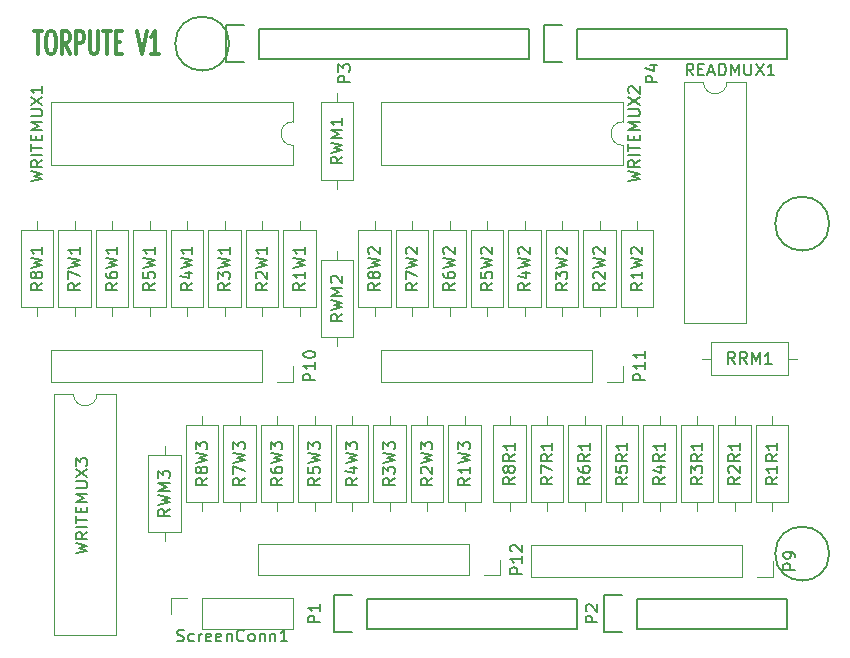
<source format=gbr>
%TF.GenerationSoftware,KiCad,Pcbnew,(5.1.6)-1*%
%TF.CreationDate,2020-07-22T23:00:20+02:00*%
%TF.ProjectId,circuit,63697263-7569-4742-9e6b-696361645f70,rev?*%
%TF.SameCoordinates,Original*%
%TF.FileFunction,Legend,Top*%
%TF.FilePolarity,Positive*%
%FSLAX46Y46*%
G04 Gerber Fmt 4.6, Leading zero omitted, Abs format (unit mm)*
G04 Created by KiCad (PCBNEW (5.1.6)-1) date 2020-07-22 23:00:20*
%MOMM*%
%LPD*%
G01*
G04 APERTURE LIST*
%ADD10C,0.300000*%
%ADD11C,0.120000*%
%ADD12C,0.150000*%
G04 APERTURE END LIST*
D10*
X112005142Y-74469761D02*
X112690857Y-74469761D01*
X112348000Y-76469761D02*
X112348000Y-74469761D01*
X113319428Y-74469761D02*
X113548000Y-74469761D01*
X113662285Y-74565000D01*
X113776571Y-74755476D01*
X113833714Y-75136428D01*
X113833714Y-75803095D01*
X113776571Y-76184047D01*
X113662285Y-76374523D01*
X113548000Y-76469761D01*
X113319428Y-76469761D01*
X113205142Y-76374523D01*
X113090857Y-76184047D01*
X113033714Y-75803095D01*
X113033714Y-75136428D01*
X113090857Y-74755476D01*
X113205142Y-74565000D01*
X113319428Y-74469761D01*
X115033714Y-76469761D02*
X114633714Y-75517380D01*
X114348000Y-76469761D02*
X114348000Y-74469761D01*
X114805142Y-74469761D01*
X114919428Y-74565000D01*
X114976571Y-74660238D01*
X115033714Y-74850714D01*
X115033714Y-75136428D01*
X114976571Y-75326904D01*
X114919428Y-75422142D01*
X114805142Y-75517380D01*
X114348000Y-75517380D01*
X115548000Y-76469761D02*
X115548000Y-74469761D01*
X116005142Y-74469761D01*
X116119428Y-74565000D01*
X116176571Y-74660238D01*
X116233714Y-74850714D01*
X116233714Y-75136428D01*
X116176571Y-75326904D01*
X116119428Y-75422142D01*
X116005142Y-75517380D01*
X115548000Y-75517380D01*
X116748000Y-74469761D02*
X116748000Y-76088809D01*
X116805142Y-76279285D01*
X116862285Y-76374523D01*
X116976571Y-76469761D01*
X117205142Y-76469761D01*
X117319428Y-76374523D01*
X117376571Y-76279285D01*
X117433714Y-76088809D01*
X117433714Y-74469761D01*
X117833714Y-74469761D02*
X118519428Y-74469761D01*
X118176571Y-76469761D02*
X118176571Y-74469761D01*
X118919428Y-75422142D02*
X119319428Y-75422142D01*
X119490857Y-76469761D02*
X118919428Y-76469761D01*
X118919428Y-74469761D01*
X119490857Y-74469761D01*
X120748000Y-74469761D02*
X121148000Y-76469761D01*
X121548000Y-74469761D01*
X122576571Y-76469761D02*
X121890857Y-76469761D01*
X122233714Y-76469761D02*
X122233714Y-74469761D01*
X122119428Y-74755476D01*
X122005142Y-74945952D01*
X121890857Y-75041190D01*
D11*
%TO.C,READMUX1*%
X168672000Y-78807000D02*
X167022000Y-78807000D01*
X167022000Y-78807000D02*
X167022000Y-99247000D01*
X167022000Y-99247000D02*
X172322000Y-99247000D01*
X172322000Y-99247000D02*
X172322000Y-78807000D01*
X172322000Y-78807000D02*
X170672000Y-78807000D01*
X170672000Y-78807000D02*
G75*
G02*
X168672000Y-78807000I-1000000J0D01*
G01*
%TO.C,R8W1*%
X112268000Y-98655000D02*
X112268000Y-97885000D01*
X112268000Y-90575000D02*
X112268000Y-91345000D01*
X113638000Y-97885000D02*
X113638000Y-91345000D01*
X110898000Y-97885000D02*
X113638000Y-97885000D01*
X110898000Y-91345000D02*
X110898000Y-97885000D01*
X113638000Y-91345000D02*
X110898000Y-91345000D01*
%TO.C,WRITEMUX1*%
X133918000Y-85835000D02*
X133918000Y-84185000D01*
X113478000Y-85835000D02*
X133918000Y-85835000D01*
X113478000Y-80535000D02*
X113478000Y-85835000D01*
X133918000Y-80535000D02*
X113478000Y-80535000D01*
X133918000Y-82185000D02*
X133918000Y-80535000D01*
X133918000Y-84185000D02*
G75*
G02*
X133918000Y-82185000I0J1000000D01*
G01*
%TO.C,P10*%
X133918000Y-102870000D02*
X133918000Y-104200000D01*
X133918000Y-104200000D02*
X132588000Y-104200000D01*
X131318000Y-104200000D02*
X113478000Y-104200000D01*
X113478000Y-101540000D02*
X113478000Y-104200000D01*
X131318000Y-101540000D02*
X113478000Y-101540000D01*
X131318000Y-101540000D02*
X131318000Y-104200000D01*
D12*
%TO.C,P1*%
X137388000Y-122275000D02*
X137388000Y-125375000D01*
X138938000Y-122275000D02*
X137388000Y-122275000D01*
X140208000Y-125095000D02*
X140208000Y-122555000D01*
X137388000Y-125375000D02*
X138938000Y-125375000D01*
X157988000Y-122555000D02*
X140208000Y-122555000D01*
X157988000Y-125095000D02*
X157988000Y-122555000D01*
X140208000Y-125095000D02*
X157988000Y-125095000D01*
%TO.C,P2*%
X160248000Y-122275000D02*
X160248000Y-125375000D01*
X161798000Y-122275000D02*
X160248000Y-122275000D01*
X163068000Y-125095000D02*
X163068000Y-122555000D01*
X160248000Y-125375000D02*
X161798000Y-125375000D01*
X175768000Y-122555000D02*
X163068000Y-122555000D01*
X175768000Y-125095000D02*
X175768000Y-122555000D01*
X163068000Y-125095000D02*
X175768000Y-125095000D01*
%TO.C,P3*%
X128244000Y-74015000D02*
X128244000Y-77115000D01*
X129794000Y-74015000D02*
X128244000Y-74015000D01*
X131064000Y-76835000D02*
X131064000Y-74295000D01*
X128244000Y-77115000D02*
X129794000Y-77115000D01*
X153924000Y-74295000D02*
X131064000Y-74295000D01*
X153924000Y-76835000D02*
X153924000Y-74295000D01*
X131064000Y-76835000D02*
X153924000Y-76835000D01*
%TO.C,P4*%
X155168000Y-74015000D02*
X155168000Y-77115000D01*
X156718000Y-74015000D02*
X155168000Y-74015000D01*
X157988000Y-76835000D02*
X157988000Y-74295000D01*
X155168000Y-77115000D02*
X156718000Y-77115000D01*
X175768000Y-74295000D02*
X157988000Y-74295000D01*
X175768000Y-76835000D02*
X175768000Y-74295000D01*
X157988000Y-76835000D02*
X175768000Y-76835000D01*
%TO.C,P6*%
X179324000Y-118745000D02*
G75*
G03*
X179324000Y-118745000I-2286000J0D01*
G01*
%TO.C,P7*%
X128524000Y-75565000D02*
G75*
G03*
X128524000Y-75565000I-2286000J0D01*
G01*
%TO.C,P8*%
X179324000Y-90805000D02*
G75*
G03*
X179324000Y-90805000I-2286000J0D01*
G01*
D11*
%TO.C,P9*%
X174558000Y-119380000D02*
X174558000Y-120710000D01*
X174558000Y-120710000D02*
X173228000Y-120710000D01*
X171958000Y-120710000D02*
X154118000Y-120710000D01*
X154118000Y-118050000D02*
X154118000Y-120710000D01*
X171958000Y-118050000D02*
X154118000Y-118050000D01*
X171958000Y-118050000D02*
X171958000Y-120710000D01*
%TO.C,P11*%
X159258000Y-101540000D02*
X159258000Y-104200000D01*
X159258000Y-101540000D02*
X141418000Y-101540000D01*
X141418000Y-101540000D02*
X141418000Y-104200000D01*
X159258000Y-104200000D02*
X141418000Y-104200000D01*
X161858000Y-104200000D02*
X160528000Y-104200000D01*
X161858000Y-102870000D02*
X161858000Y-104200000D01*
%TO.C,P12*%
X151444000Y-119253000D02*
X151444000Y-120583000D01*
X151444000Y-120583000D02*
X150114000Y-120583000D01*
X148844000Y-120583000D02*
X131004000Y-120583000D01*
X131004000Y-117923000D02*
X131004000Y-120583000D01*
X148844000Y-117923000D02*
X131004000Y-117923000D01*
X148844000Y-117923000D02*
X148844000Y-120583000D01*
%TO.C,R1R1*%
X174498000Y-115165000D02*
X174498000Y-114395000D01*
X174498000Y-107085000D02*
X174498000Y-107855000D01*
X175868000Y-114395000D02*
X175868000Y-107855000D01*
X173128000Y-114395000D02*
X175868000Y-114395000D01*
X173128000Y-107855000D02*
X173128000Y-114395000D01*
X175868000Y-107855000D02*
X173128000Y-107855000D01*
%TO.C,R1W1*%
X134493000Y-98655000D02*
X134493000Y-97885000D01*
X134493000Y-90575000D02*
X134493000Y-91345000D01*
X135863000Y-97885000D02*
X135863000Y-91345000D01*
X133123000Y-97885000D02*
X135863000Y-97885000D01*
X133123000Y-91345000D02*
X133123000Y-97885000D01*
X135863000Y-91345000D02*
X133123000Y-91345000D01*
%TO.C,R1W2*%
X163068000Y-98655000D02*
X163068000Y-97885000D01*
X163068000Y-90575000D02*
X163068000Y-91345000D01*
X164438000Y-97885000D02*
X164438000Y-91345000D01*
X161698000Y-97885000D02*
X164438000Y-97885000D01*
X161698000Y-91345000D02*
X161698000Y-97885000D01*
X164438000Y-91345000D02*
X161698000Y-91345000D01*
%TO.C,R1W3*%
X149833000Y-107855000D02*
X147093000Y-107855000D01*
X147093000Y-107855000D02*
X147093000Y-114395000D01*
X147093000Y-114395000D02*
X149833000Y-114395000D01*
X149833000Y-114395000D02*
X149833000Y-107855000D01*
X148463000Y-107085000D02*
X148463000Y-107855000D01*
X148463000Y-115165000D02*
X148463000Y-114395000D01*
%TO.C,R2R1*%
X172693000Y-107855000D02*
X169953000Y-107855000D01*
X169953000Y-107855000D02*
X169953000Y-114395000D01*
X169953000Y-114395000D02*
X172693000Y-114395000D01*
X172693000Y-114395000D02*
X172693000Y-107855000D01*
X171323000Y-107085000D02*
X171323000Y-107855000D01*
X171323000Y-115165000D02*
X171323000Y-114395000D01*
%TO.C,R2W1*%
X132688000Y-91345000D02*
X129948000Y-91345000D01*
X129948000Y-91345000D02*
X129948000Y-97885000D01*
X129948000Y-97885000D02*
X132688000Y-97885000D01*
X132688000Y-97885000D02*
X132688000Y-91345000D01*
X131318000Y-90575000D02*
X131318000Y-91345000D01*
X131318000Y-98655000D02*
X131318000Y-97885000D01*
%TO.C,R2W2*%
X161263000Y-91345000D02*
X158523000Y-91345000D01*
X158523000Y-91345000D02*
X158523000Y-97885000D01*
X158523000Y-97885000D02*
X161263000Y-97885000D01*
X161263000Y-97885000D02*
X161263000Y-91345000D01*
X159893000Y-90575000D02*
X159893000Y-91345000D01*
X159893000Y-98655000D02*
X159893000Y-97885000D01*
%TO.C,R2W3*%
X145288000Y-115165000D02*
X145288000Y-114395000D01*
X145288000Y-107085000D02*
X145288000Y-107855000D01*
X146658000Y-114395000D02*
X146658000Y-107855000D01*
X143918000Y-114395000D02*
X146658000Y-114395000D01*
X143918000Y-107855000D02*
X143918000Y-114395000D01*
X146658000Y-107855000D02*
X143918000Y-107855000D01*
%TO.C,R3R1*%
X168148000Y-115165000D02*
X168148000Y-114395000D01*
X168148000Y-107085000D02*
X168148000Y-107855000D01*
X169518000Y-114395000D02*
X169518000Y-107855000D01*
X166778000Y-114395000D02*
X169518000Y-114395000D01*
X166778000Y-107855000D02*
X166778000Y-114395000D01*
X169518000Y-107855000D02*
X166778000Y-107855000D01*
%TO.C,R3W1*%
X128143000Y-98655000D02*
X128143000Y-97885000D01*
X128143000Y-90575000D02*
X128143000Y-91345000D01*
X129513000Y-97885000D02*
X129513000Y-91345000D01*
X126773000Y-97885000D02*
X129513000Y-97885000D01*
X126773000Y-91345000D02*
X126773000Y-97885000D01*
X129513000Y-91345000D02*
X126773000Y-91345000D01*
%TO.C,R3W2*%
X156718000Y-98655000D02*
X156718000Y-97885000D01*
X156718000Y-90575000D02*
X156718000Y-91345000D01*
X158088000Y-97885000D02*
X158088000Y-91345000D01*
X155348000Y-97885000D02*
X158088000Y-97885000D01*
X155348000Y-91345000D02*
X155348000Y-97885000D01*
X158088000Y-91345000D02*
X155348000Y-91345000D01*
%TO.C,R3W3*%
X143483000Y-107855000D02*
X140743000Y-107855000D01*
X140743000Y-107855000D02*
X140743000Y-114395000D01*
X140743000Y-114395000D02*
X143483000Y-114395000D01*
X143483000Y-114395000D02*
X143483000Y-107855000D01*
X142113000Y-107085000D02*
X142113000Y-107855000D01*
X142113000Y-115165000D02*
X142113000Y-114395000D01*
%TO.C,R4R1*%
X166343000Y-107855000D02*
X163603000Y-107855000D01*
X163603000Y-107855000D02*
X163603000Y-114395000D01*
X163603000Y-114395000D02*
X166343000Y-114395000D01*
X166343000Y-114395000D02*
X166343000Y-107855000D01*
X164973000Y-107085000D02*
X164973000Y-107855000D01*
X164973000Y-115165000D02*
X164973000Y-114395000D01*
%TO.C,R4W1*%
X123598000Y-97885000D02*
X126338000Y-97885000D01*
X126338000Y-97885000D02*
X126338000Y-91345000D01*
X126338000Y-91345000D02*
X123598000Y-91345000D01*
X123598000Y-91345000D02*
X123598000Y-97885000D01*
X124968000Y-98655000D02*
X124968000Y-97885000D01*
X124968000Y-90575000D02*
X124968000Y-91345000D01*
%TO.C,R4W2*%
X154913000Y-91345000D02*
X152173000Y-91345000D01*
X152173000Y-91345000D02*
X152173000Y-97885000D01*
X152173000Y-97885000D02*
X154913000Y-97885000D01*
X154913000Y-97885000D02*
X154913000Y-91345000D01*
X153543000Y-90575000D02*
X153543000Y-91345000D01*
X153543000Y-98655000D02*
X153543000Y-97885000D01*
%TO.C,R4W3*%
X138938000Y-115165000D02*
X138938000Y-114395000D01*
X138938000Y-107085000D02*
X138938000Y-107855000D01*
X140308000Y-114395000D02*
X140308000Y-107855000D01*
X137568000Y-114395000D02*
X140308000Y-114395000D01*
X137568000Y-107855000D02*
X137568000Y-114395000D01*
X140308000Y-107855000D02*
X137568000Y-107855000D01*
%TO.C,R5R1*%
X161798000Y-115165000D02*
X161798000Y-114395000D01*
X161798000Y-107085000D02*
X161798000Y-107855000D01*
X163168000Y-114395000D02*
X163168000Y-107855000D01*
X160428000Y-114395000D02*
X163168000Y-114395000D01*
X160428000Y-107855000D02*
X160428000Y-114395000D01*
X163168000Y-107855000D02*
X160428000Y-107855000D01*
%TO.C,R5W1*%
X121793000Y-98655000D02*
X121793000Y-97885000D01*
X121793000Y-90575000D02*
X121793000Y-91345000D01*
X123163000Y-97885000D02*
X123163000Y-91345000D01*
X120423000Y-97885000D02*
X123163000Y-97885000D01*
X120423000Y-91345000D02*
X120423000Y-97885000D01*
X123163000Y-91345000D02*
X120423000Y-91345000D01*
%TO.C,R5W2*%
X151738000Y-91345000D02*
X148998000Y-91345000D01*
X148998000Y-91345000D02*
X148998000Y-97885000D01*
X148998000Y-97885000D02*
X151738000Y-97885000D01*
X151738000Y-97885000D02*
X151738000Y-91345000D01*
X150368000Y-90575000D02*
X150368000Y-91345000D01*
X150368000Y-98655000D02*
X150368000Y-97885000D01*
%TO.C,R5W3*%
X135763000Y-115165000D02*
X135763000Y-114395000D01*
X135763000Y-107085000D02*
X135763000Y-107855000D01*
X137133000Y-114395000D02*
X137133000Y-107855000D01*
X134393000Y-114395000D02*
X137133000Y-114395000D01*
X134393000Y-107855000D02*
X134393000Y-114395000D01*
X137133000Y-107855000D02*
X134393000Y-107855000D01*
%TO.C,R6R1*%
X159993000Y-107855000D02*
X157253000Y-107855000D01*
X157253000Y-107855000D02*
X157253000Y-114395000D01*
X157253000Y-114395000D02*
X159993000Y-114395000D01*
X159993000Y-114395000D02*
X159993000Y-107855000D01*
X158623000Y-107085000D02*
X158623000Y-107855000D01*
X158623000Y-115165000D02*
X158623000Y-114395000D01*
%TO.C,R6W1*%
X119988000Y-91345000D02*
X117248000Y-91345000D01*
X117248000Y-91345000D02*
X117248000Y-97885000D01*
X117248000Y-97885000D02*
X119988000Y-97885000D01*
X119988000Y-97885000D02*
X119988000Y-91345000D01*
X118618000Y-90575000D02*
X118618000Y-91345000D01*
X118618000Y-98655000D02*
X118618000Y-97885000D01*
%TO.C,R6W2*%
X148563000Y-91345000D02*
X145823000Y-91345000D01*
X145823000Y-91345000D02*
X145823000Y-97885000D01*
X145823000Y-97885000D02*
X148563000Y-97885000D01*
X148563000Y-97885000D02*
X148563000Y-91345000D01*
X147193000Y-90575000D02*
X147193000Y-91345000D01*
X147193000Y-98655000D02*
X147193000Y-97885000D01*
%TO.C,R6W3*%
X133958000Y-107855000D02*
X131218000Y-107855000D01*
X131218000Y-107855000D02*
X131218000Y-114395000D01*
X131218000Y-114395000D02*
X133958000Y-114395000D01*
X133958000Y-114395000D02*
X133958000Y-107855000D01*
X132588000Y-107085000D02*
X132588000Y-107855000D01*
X132588000Y-115165000D02*
X132588000Y-114395000D01*
%TO.C,R7R1*%
X156818000Y-107855000D02*
X154078000Y-107855000D01*
X154078000Y-107855000D02*
X154078000Y-114395000D01*
X154078000Y-114395000D02*
X156818000Y-114395000D01*
X156818000Y-114395000D02*
X156818000Y-107855000D01*
X155448000Y-107085000D02*
X155448000Y-107855000D01*
X155448000Y-115165000D02*
X155448000Y-114395000D01*
%TO.C,R7W1*%
X116813000Y-91345000D02*
X114073000Y-91345000D01*
X114073000Y-91345000D02*
X114073000Y-97885000D01*
X114073000Y-97885000D02*
X116813000Y-97885000D01*
X116813000Y-97885000D02*
X116813000Y-91345000D01*
X115443000Y-90575000D02*
X115443000Y-91345000D01*
X115443000Y-98655000D02*
X115443000Y-97885000D01*
%TO.C,R7W2*%
X145388000Y-91345000D02*
X142648000Y-91345000D01*
X142648000Y-91345000D02*
X142648000Y-97885000D01*
X142648000Y-97885000D02*
X145388000Y-97885000D01*
X145388000Y-97885000D02*
X145388000Y-91345000D01*
X144018000Y-90575000D02*
X144018000Y-91345000D01*
X144018000Y-98655000D02*
X144018000Y-97885000D01*
%TO.C,R7W3*%
X129413000Y-115165000D02*
X129413000Y-114395000D01*
X129413000Y-107085000D02*
X129413000Y-107855000D01*
X130783000Y-114395000D02*
X130783000Y-107855000D01*
X128043000Y-114395000D02*
X130783000Y-114395000D01*
X128043000Y-107855000D02*
X128043000Y-114395000D01*
X130783000Y-107855000D02*
X128043000Y-107855000D01*
%TO.C,R8R1*%
X152273000Y-115165000D02*
X152273000Y-114395000D01*
X152273000Y-107085000D02*
X152273000Y-107855000D01*
X153643000Y-114395000D02*
X153643000Y-107855000D01*
X150903000Y-114395000D02*
X153643000Y-114395000D01*
X150903000Y-107855000D02*
X150903000Y-114395000D01*
X153643000Y-107855000D02*
X150903000Y-107855000D01*
%TO.C,R8W2*%
X140843000Y-98655000D02*
X140843000Y-97885000D01*
X140843000Y-90575000D02*
X140843000Y-91345000D01*
X142213000Y-97885000D02*
X142213000Y-91345000D01*
X139473000Y-97885000D02*
X142213000Y-97885000D01*
X139473000Y-91345000D02*
X139473000Y-97885000D01*
X142213000Y-91345000D02*
X139473000Y-91345000D01*
%TO.C,R8W3*%
X126238000Y-115165000D02*
X126238000Y-114395000D01*
X126238000Y-107085000D02*
X126238000Y-107855000D01*
X127608000Y-114395000D02*
X127608000Y-107855000D01*
X124868000Y-114395000D02*
X127608000Y-114395000D01*
X124868000Y-107855000D02*
X124868000Y-114395000D01*
X127608000Y-107855000D02*
X124868000Y-107855000D01*
%TO.C,RRM1*%
X176633000Y-102235000D02*
X175863000Y-102235000D01*
X168553000Y-102235000D02*
X169323000Y-102235000D01*
X175863000Y-100865000D02*
X169323000Y-100865000D01*
X175863000Y-103605000D02*
X175863000Y-100865000D01*
X169323000Y-103605000D02*
X175863000Y-103605000D01*
X169323000Y-100865000D02*
X169323000Y-103605000D01*
%TO.C,RWM1*%
X136298000Y-87090000D02*
X139038000Y-87090000D01*
X139038000Y-87090000D02*
X139038000Y-80550000D01*
X139038000Y-80550000D02*
X136298000Y-80550000D01*
X136298000Y-80550000D02*
X136298000Y-87090000D01*
X137668000Y-87860000D02*
X137668000Y-87090000D01*
X137668000Y-79780000D02*
X137668000Y-80550000D01*
%TO.C,RWM2*%
X137668000Y-93115000D02*
X137668000Y-93885000D01*
X137668000Y-101195000D02*
X137668000Y-100425000D01*
X136298000Y-93885000D02*
X136298000Y-100425000D01*
X139038000Y-93885000D02*
X136298000Y-93885000D01*
X139038000Y-100425000D02*
X139038000Y-93885000D01*
X136298000Y-100425000D02*
X139038000Y-100425000D01*
%TO.C,RWM3*%
X123063000Y-109625000D02*
X123063000Y-110395000D01*
X123063000Y-117705000D02*
X123063000Y-116935000D01*
X121693000Y-110395000D02*
X121693000Y-116935000D01*
X124433000Y-110395000D02*
X121693000Y-110395000D01*
X124433000Y-116935000D02*
X124433000Y-110395000D01*
X121693000Y-116935000D02*
X124433000Y-116935000D01*
%TO.C,ScreenConn1*%
X123638000Y-123825000D02*
X123638000Y-122495000D01*
X123638000Y-122495000D02*
X124968000Y-122495000D01*
X126238000Y-122495000D02*
X133918000Y-122495000D01*
X133918000Y-125155000D02*
X133918000Y-122495000D01*
X126238000Y-125155000D02*
X133918000Y-125155000D01*
X126238000Y-125155000D02*
X126238000Y-122495000D01*
%TO.C,WRITEMUX2*%
X161858000Y-85835000D02*
X161858000Y-84185000D01*
X141418000Y-85835000D02*
X161858000Y-85835000D01*
X141418000Y-80535000D02*
X141418000Y-85835000D01*
X161858000Y-80535000D02*
X141418000Y-80535000D01*
X161858000Y-82185000D02*
X161858000Y-80535000D01*
X161858000Y-84185000D02*
G75*
G02*
X161858000Y-82185000I0J1000000D01*
G01*
%TO.C,WRITEMUX3*%
X115332000Y-105223000D02*
X113682000Y-105223000D01*
X113682000Y-105223000D02*
X113682000Y-125663000D01*
X113682000Y-125663000D02*
X118982000Y-125663000D01*
X118982000Y-125663000D02*
X118982000Y-105223000D01*
X118982000Y-105223000D02*
X117332000Y-105223000D01*
X117332000Y-105223000D02*
G75*
G02*
X115332000Y-105223000I-1000000J0D01*
G01*
%TO.C,READMUX1*%
D12*
X167822952Y-78259380D02*
X167489619Y-77783190D01*
X167251523Y-78259380D02*
X167251523Y-77259380D01*
X167632476Y-77259380D01*
X167727714Y-77307000D01*
X167775333Y-77354619D01*
X167822952Y-77449857D01*
X167822952Y-77592714D01*
X167775333Y-77687952D01*
X167727714Y-77735571D01*
X167632476Y-77783190D01*
X167251523Y-77783190D01*
X168251523Y-77735571D02*
X168584857Y-77735571D01*
X168727714Y-78259380D02*
X168251523Y-78259380D01*
X168251523Y-77259380D01*
X168727714Y-77259380D01*
X169108666Y-77973666D02*
X169584857Y-77973666D01*
X169013428Y-78259380D02*
X169346761Y-77259380D01*
X169680095Y-78259380D01*
X170013428Y-78259380D02*
X170013428Y-77259380D01*
X170251523Y-77259380D01*
X170394380Y-77307000D01*
X170489619Y-77402238D01*
X170537238Y-77497476D01*
X170584857Y-77687952D01*
X170584857Y-77830809D01*
X170537238Y-78021285D01*
X170489619Y-78116523D01*
X170394380Y-78211761D01*
X170251523Y-78259380D01*
X170013428Y-78259380D01*
X171013428Y-78259380D02*
X171013428Y-77259380D01*
X171346761Y-77973666D01*
X171680095Y-77259380D01*
X171680095Y-78259380D01*
X172156285Y-77259380D02*
X172156285Y-78068904D01*
X172203904Y-78164142D01*
X172251523Y-78211761D01*
X172346761Y-78259380D01*
X172537238Y-78259380D01*
X172632476Y-78211761D01*
X172680095Y-78164142D01*
X172727714Y-78068904D01*
X172727714Y-77259380D01*
X173108666Y-77259380D02*
X173775333Y-78259380D01*
X173775333Y-77259380D02*
X173108666Y-78259380D01*
X174680095Y-78259380D02*
X174108666Y-78259380D01*
X174394380Y-78259380D02*
X174394380Y-77259380D01*
X174299142Y-77402238D01*
X174203904Y-77497476D01*
X174108666Y-77545095D01*
%TO.C,R8W1*%
X112720380Y-95829285D02*
X112244190Y-96162619D01*
X112720380Y-96400714D02*
X111720380Y-96400714D01*
X111720380Y-96019761D01*
X111768000Y-95924523D01*
X111815619Y-95876904D01*
X111910857Y-95829285D01*
X112053714Y-95829285D01*
X112148952Y-95876904D01*
X112196571Y-95924523D01*
X112244190Y-96019761D01*
X112244190Y-96400714D01*
X112148952Y-95257857D02*
X112101333Y-95353095D01*
X112053714Y-95400714D01*
X111958476Y-95448333D01*
X111910857Y-95448333D01*
X111815619Y-95400714D01*
X111768000Y-95353095D01*
X111720380Y-95257857D01*
X111720380Y-95067380D01*
X111768000Y-94972142D01*
X111815619Y-94924523D01*
X111910857Y-94876904D01*
X111958476Y-94876904D01*
X112053714Y-94924523D01*
X112101333Y-94972142D01*
X112148952Y-95067380D01*
X112148952Y-95257857D01*
X112196571Y-95353095D01*
X112244190Y-95400714D01*
X112339428Y-95448333D01*
X112529904Y-95448333D01*
X112625142Y-95400714D01*
X112672761Y-95353095D01*
X112720380Y-95257857D01*
X112720380Y-95067380D01*
X112672761Y-94972142D01*
X112625142Y-94924523D01*
X112529904Y-94876904D01*
X112339428Y-94876904D01*
X112244190Y-94924523D01*
X112196571Y-94972142D01*
X112148952Y-95067380D01*
X111720380Y-94543571D02*
X112720380Y-94305476D01*
X112006095Y-94115000D01*
X112720380Y-93924523D01*
X111720380Y-93686428D01*
X112720380Y-92781666D02*
X112720380Y-93353095D01*
X112720380Y-93067380D02*
X111720380Y-93067380D01*
X111863238Y-93162619D01*
X111958476Y-93257857D01*
X112006095Y-93353095D01*
%TO.C,WRITEMUX1*%
X111720380Y-87232619D02*
X112720380Y-86994523D01*
X112006095Y-86804047D01*
X112720380Y-86613571D01*
X111720380Y-86375476D01*
X112720380Y-85423095D02*
X112244190Y-85756428D01*
X112720380Y-85994523D02*
X111720380Y-85994523D01*
X111720380Y-85613571D01*
X111768000Y-85518333D01*
X111815619Y-85470714D01*
X111910857Y-85423095D01*
X112053714Y-85423095D01*
X112148952Y-85470714D01*
X112196571Y-85518333D01*
X112244190Y-85613571D01*
X112244190Y-85994523D01*
X112720380Y-84994523D02*
X111720380Y-84994523D01*
X111720380Y-84661190D02*
X111720380Y-84089761D01*
X112720380Y-84375476D02*
X111720380Y-84375476D01*
X112196571Y-83756428D02*
X112196571Y-83423095D01*
X112720380Y-83280238D02*
X112720380Y-83756428D01*
X111720380Y-83756428D01*
X111720380Y-83280238D01*
X112720380Y-82851666D02*
X111720380Y-82851666D01*
X112434666Y-82518333D01*
X111720380Y-82185000D01*
X112720380Y-82185000D01*
X111720380Y-81708809D02*
X112529904Y-81708809D01*
X112625142Y-81661190D01*
X112672761Y-81613571D01*
X112720380Y-81518333D01*
X112720380Y-81327857D01*
X112672761Y-81232619D01*
X112625142Y-81185000D01*
X112529904Y-81137380D01*
X111720380Y-81137380D01*
X111720380Y-80756428D02*
X112720380Y-80089761D01*
X111720380Y-80089761D02*
X112720380Y-80756428D01*
X112720380Y-79185000D02*
X112720380Y-79756428D01*
X112720380Y-79470714D02*
X111720380Y-79470714D01*
X111863238Y-79565952D01*
X111958476Y-79661190D01*
X112006095Y-79756428D01*
%TO.C,P10*%
X135810380Y-104084285D02*
X134810380Y-104084285D01*
X134810380Y-103703333D01*
X134858000Y-103608095D01*
X134905619Y-103560476D01*
X135000857Y-103512857D01*
X135143714Y-103512857D01*
X135238952Y-103560476D01*
X135286571Y-103608095D01*
X135334190Y-103703333D01*
X135334190Y-104084285D01*
X135810380Y-102560476D02*
X135810380Y-103131904D01*
X135810380Y-102846190D02*
X134810380Y-102846190D01*
X134953238Y-102941428D01*
X135048476Y-103036666D01*
X135096095Y-103131904D01*
X134810380Y-101941428D02*
X134810380Y-101846190D01*
X134858000Y-101750952D01*
X134905619Y-101703333D01*
X135000857Y-101655714D01*
X135191333Y-101608095D01*
X135429428Y-101608095D01*
X135619904Y-101655714D01*
X135715142Y-101703333D01*
X135762761Y-101750952D01*
X135810380Y-101846190D01*
X135810380Y-101941428D01*
X135762761Y-102036666D01*
X135715142Y-102084285D01*
X135619904Y-102131904D01*
X135429428Y-102179523D01*
X135191333Y-102179523D01*
X135000857Y-102131904D01*
X134905619Y-102084285D01*
X134858000Y-102036666D01*
X134810380Y-101941428D01*
%TO.C,P1*%
X136215380Y-124563095D02*
X135215380Y-124563095D01*
X135215380Y-124182142D01*
X135263000Y-124086904D01*
X135310619Y-124039285D01*
X135405857Y-123991666D01*
X135548714Y-123991666D01*
X135643952Y-124039285D01*
X135691571Y-124086904D01*
X135739190Y-124182142D01*
X135739190Y-124563095D01*
X136215380Y-123039285D02*
X136215380Y-123610714D01*
X136215380Y-123325000D02*
X135215380Y-123325000D01*
X135358238Y-123420238D01*
X135453476Y-123515476D01*
X135501095Y-123610714D01*
%TO.C,P2*%
X159710380Y-124563095D02*
X158710380Y-124563095D01*
X158710380Y-124182142D01*
X158758000Y-124086904D01*
X158805619Y-124039285D01*
X158900857Y-123991666D01*
X159043714Y-123991666D01*
X159138952Y-124039285D01*
X159186571Y-124086904D01*
X159234190Y-124182142D01*
X159234190Y-124563095D01*
X158805619Y-123610714D02*
X158758000Y-123563095D01*
X158710380Y-123467857D01*
X158710380Y-123229761D01*
X158758000Y-123134523D01*
X158805619Y-123086904D01*
X158900857Y-123039285D01*
X158996095Y-123039285D01*
X159138952Y-123086904D01*
X159710380Y-123658333D01*
X159710380Y-123039285D01*
%TO.C,P3*%
X138755380Y-78843095D02*
X137755380Y-78843095D01*
X137755380Y-78462142D01*
X137803000Y-78366904D01*
X137850619Y-78319285D01*
X137945857Y-78271666D01*
X138088714Y-78271666D01*
X138183952Y-78319285D01*
X138231571Y-78366904D01*
X138279190Y-78462142D01*
X138279190Y-78843095D01*
X137755380Y-77938333D02*
X137755380Y-77319285D01*
X138136333Y-77652619D01*
X138136333Y-77509761D01*
X138183952Y-77414523D01*
X138231571Y-77366904D01*
X138326809Y-77319285D01*
X138564904Y-77319285D01*
X138660142Y-77366904D01*
X138707761Y-77414523D01*
X138755380Y-77509761D01*
X138755380Y-77795476D01*
X138707761Y-77890714D01*
X138660142Y-77938333D01*
%TO.C,P4*%
X164790380Y-78843095D02*
X163790380Y-78843095D01*
X163790380Y-78462142D01*
X163838000Y-78366904D01*
X163885619Y-78319285D01*
X163980857Y-78271666D01*
X164123714Y-78271666D01*
X164218952Y-78319285D01*
X164266571Y-78366904D01*
X164314190Y-78462142D01*
X164314190Y-78843095D01*
X164123714Y-77414523D02*
X164790380Y-77414523D01*
X163742761Y-77652619D02*
X164457047Y-77890714D01*
X164457047Y-77271666D01*
%TO.C,P9*%
X176450380Y-120118095D02*
X175450380Y-120118095D01*
X175450380Y-119737142D01*
X175498000Y-119641904D01*
X175545619Y-119594285D01*
X175640857Y-119546666D01*
X175783714Y-119546666D01*
X175878952Y-119594285D01*
X175926571Y-119641904D01*
X175974190Y-119737142D01*
X175974190Y-120118095D01*
X176450380Y-119070476D02*
X176450380Y-118880000D01*
X176402761Y-118784761D01*
X176355142Y-118737142D01*
X176212285Y-118641904D01*
X176021809Y-118594285D01*
X175640857Y-118594285D01*
X175545619Y-118641904D01*
X175498000Y-118689523D01*
X175450380Y-118784761D01*
X175450380Y-118975238D01*
X175498000Y-119070476D01*
X175545619Y-119118095D01*
X175640857Y-119165714D01*
X175878952Y-119165714D01*
X175974190Y-119118095D01*
X176021809Y-119070476D01*
X176069428Y-118975238D01*
X176069428Y-118784761D01*
X176021809Y-118689523D01*
X175974190Y-118641904D01*
X175878952Y-118594285D01*
%TO.C,P11*%
X163750380Y-104084285D02*
X162750380Y-104084285D01*
X162750380Y-103703333D01*
X162798000Y-103608095D01*
X162845619Y-103560476D01*
X162940857Y-103512857D01*
X163083714Y-103512857D01*
X163178952Y-103560476D01*
X163226571Y-103608095D01*
X163274190Y-103703333D01*
X163274190Y-104084285D01*
X163750380Y-102560476D02*
X163750380Y-103131904D01*
X163750380Y-102846190D02*
X162750380Y-102846190D01*
X162893238Y-102941428D01*
X162988476Y-103036666D01*
X163036095Y-103131904D01*
X163750380Y-101608095D02*
X163750380Y-102179523D01*
X163750380Y-101893809D02*
X162750380Y-101893809D01*
X162893238Y-101989047D01*
X162988476Y-102084285D01*
X163036095Y-102179523D01*
%TO.C,P12*%
X153336380Y-120467285D02*
X152336380Y-120467285D01*
X152336380Y-120086333D01*
X152384000Y-119991095D01*
X152431619Y-119943476D01*
X152526857Y-119895857D01*
X152669714Y-119895857D01*
X152764952Y-119943476D01*
X152812571Y-119991095D01*
X152860190Y-120086333D01*
X152860190Y-120467285D01*
X153336380Y-118943476D02*
X153336380Y-119514904D01*
X153336380Y-119229190D02*
X152336380Y-119229190D01*
X152479238Y-119324428D01*
X152574476Y-119419666D01*
X152622095Y-119514904D01*
X152431619Y-118562523D02*
X152384000Y-118514904D01*
X152336380Y-118419666D01*
X152336380Y-118181571D01*
X152384000Y-118086333D01*
X152431619Y-118038714D01*
X152526857Y-117991095D01*
X152622095Y-117991095D01*
X152764952Y-118038714D01*
X153336380Y-118610142D01*
X153336380Y-117991095D01*
%TO.C,R1R1*%
X174950380Y-112267857D02*
X174474190Y-112601190D01*
X174950380Y-112839285D02*
X173950380Y-112839285D01*
X173950380Y-112458333D01*
X173998000Y-112363095D01*
X174045619Y-112315476D01*
X174140857Y-112267857D01*
X174283714Y-112267857D01*
X174378952Y-112315476D01*
X174426571Y-112363095D01*
X174474190Y-112458333D01*
X174474190Y-112839285D01*
X174950380Y-111315476D02*
X174950380Y-111886904D01*
X174950380Y-111601190D02*
X173950380Y-111601190D01*
X174093238Y-111696428D01*
X174188476Y-111791666D01*
X174236095Y-111886904D01*
X174950380Y-110315476D02*
X174474190Y-110648809D01*
X174950380Y-110886904D02*
X173950380Y-110886904D01*
X173950380Y-110505952D01*
X173998000Y-110410714D01*
X174045619Y-110363095D01*
X174140857Y-110315476D01*
X174283714Y-110315476D01*
X174378952Y-110363095D01*
X174426571Y-110410714D01*
X174474190Y-110505952D01*
X174474190Y-110886904D01*
X174950380Y-109363095D02*
X174950380Y-109934523D01*
X174950380Y-109648809D02*
X173950380Y-109648809D01*
X174093238Y-109744047D01*
X174188476Y-109839285D01*
X174236095Y-109934523D01*
%TO.C,R1W1*%
X134945380Y-95829285D02*
X134469190Y-96162619D01*
X134945380Y-96400714D02*
X133945380Y-96400714D01*
X133945380Y-96019761D01*
X133993000Y-95924523D01*
X134040619Y-95876904D01*
X134135857Y-95829285D01*
X134278714Y-95829285D01*
X134373952Y-95876904D01*
X134421571Y-95924523D01*
X134469190Y-96019761D01*
X134469190Y-96400714D01*
X134945380Y-94876904D02*
X134945380Y-95448333D01*
X134945380Y-95162619D02*
X133945380Y-95162619D01*
X134088238Y-95257857D01*
X134183476Y-95353095D01*
X134231095Y-95448333D01*
X133945380Y-94543571D02*
X134945380Y-94305476D01*
X134231095Y-94115000D01*
X134945380Y-93924523D01*
X133945380Y-93686428D01*
X134945380Y-92781666D02*
X134945380Y-93353095D01*
X134945380Y-93067380D02*
X133945380Y-93067380D01*
X134088238Y-93162619D01*
X134183476Y-93257857D01*
X134231095Y-93353095D01*
%TO.C,R1W2*%
X163520380Y-95829285D02*
X163044190Y-96162619D01*
X163520380Y-96400714D02*
X162520380Y-96400714D01*
X162520380Y-96019761D01*
X162568000Y-95924523D01*
X162615619Y-95876904D01*
X162710857Y-95829285D01*
X162853714Y-95829285D01*
X162948952Y-95876904D01*
X162996571Y-95924523D01*
X163044190Y-96019761D01*
X163044190Y-96400714D01*
X163520380Y-94876904D02*
X163520380Y-95448333D01*
X163520380Y-95162619D02*
X162520380Y-95162619D01*
X162663238Y-95257857D01*
X162758476Y-95353095D01*
X162806095Y-95448333D01*
X162520380Y-94543571D02*
X163520380Y-94305476D01*
X162806095Y-94115000D01*
X163520380Y-93924523D01*
X162520380Y-93686428D01*
X162615619Y-93353095D02*
X162568000Y-93305476D01*
X162520380Y-93210238D01*
X162520380Y-92972142D01*
X162568000Y-92876904D01*
X162615619Y-92829285D01*
X162710857Y-92781666D01*
X162806095Y-92781666D01*
X162948952Y-92829285D01*
X163520380Y-93400714D01*
X163520380Y-92781666D01*
%TO.C,R1W3*%
X148915380Y-112339285D02*
X148439190Y-112672619D01*
X148915380Y-112910714D02*
X147915380Y-112910714D01*
X147915380Y-112529761D01*
X147963000Y-112434523D01*
X148010619Y-112386904D01*
X148105857Y-112339285D01*
X148248714Y-112339285D01*
X148343952Y-112386904D01*
X148391571Y-112434523D01*
X148439190Y-112529761D01*
X148439190Y-112910714D01*
X148915380Y-111386904D02*
X148915380Y-111958333D01*
X148915380Y-111672619D02*
X147915380Y-111672619D01*
X148058238Y-111767857D01*
X148153476Y-111863095D01*
X148201095Y-111958333D01*
X147915380Y-111053571D02*
X148915380Y-110815476D01*
X148201095Y-110625000D01*
X148915380Y-110434523D01*
X147915380Y-110196428D01*
X147915380Y-109910714D02*
X147915380Y-109291666D01*
X148296333Y-109625000D01*
X148296333Y-109482142D01*
X148343952Y-109386904D01*
X148391571Y-109339285D01*
X148486809Y-109291666D01*
X148724904Y-109291666D01*
X148820142Y-109339285D01*
X148867761Y-109386904D01*
X148915380Y-109482142D01*
X148915380Y-109767857D01*
X148867761Y-109863095D01*
X148820142Y-109910714D01*
%TO.C,R2R1*%
X171775380Y-112267857D02*
X171299190Y-112601190D01*
X171775380Y-112839285D02*
X170775380Y-112839285D01*
X170775380Y-112458333D01*
X170823000Y-112363095D01*
X170870619Y-112315476D01*
X170965857Y-112267857D01*
X171108714Y-112267857D01*
X171203952Y-112315476D01*
X171251571Y-112363095D01*
X171299190Y-112458333D01*
X171299190Y-112839285D01*
X170870619Y-111886904D02*
X170823000Y-111839285D01*
X170775380Y-111744047D01*
X170775380Y-111505952D01*
X170823000Y-111410714D01*
X170870619Y-111363095D01*
X170965857Y-111315476D01*
X171061095Y-111315476D01*
X171203952Y-111363095D01*
X171775380Y-111934523D01*
X171775380Y-111315476D01*
X171775380Y-110315476D02*
X171299190Y-110648809D01*
X171775380Y-110886904D02*
X170775380Y-110886904D01*
X170775380Y-110505952D01*
X170823000Y-110410714D01*
X170870619Y-110363095D01*
X170965857Y-110315476D01*
X171108714Y-110315476D01*
X171203952Y-110363095D01*
X171251571Y-110410714D01*
X171299190Y-110505952D01*
X171299190Y-110886904D01*
X171775380Y-109363095D02*
X171775380Y-109934523D01*
X171775380Y-109648809D02*
X170775380Y-109648809D01*
X170918238Y-109744047D01*
X171013476Y-109839285D01*
X171061095Y-109934523D01*
%TO.C,R2W1*%
X131770380Y-95829285D02*
X131294190Y-96162619D01*
X131770380Y-96400714D02*
X130770380Y-96400714D01*
X130770380Y-96019761D01*
X130818000Y-95924523D01*
X130865619Y-95876904D01*
X130960857Y-95829285D01*
X131103714Y-95829285D01*
X131198952Y-95876904D01*
X131246571Y-95924523D01*
X131294190Y-96019761D01*
X131294190Y-96400714D01*
X130865619Y-95448333D02*
X130818000Y-95400714D01*
X130770380Y-95305476D01*
X130770380Y-95067380D01*
X130818000Y-94972142D01*
X130865619Y-94924523D01*
X130960857Y-94876904D01*
X131056095Y-94876904D01*
X131198952Y-94924523D01*
X131770380Y-95495952D01*
X131770380Y-94876904D01*
X130770380Y-94543571D02*
X131770380Y-94305476D01*
X131056095Y-94115000D01*
X131770380Y-93924523D01*
X130770380Y-93686428D01*
X131770380Y-92781666D02*
X131770380Y-93353095D01*
X131770380Y-93067380D02*
X130770380Y-93067380D01*
X130913238Y-93162619D01*
X131008476Y-93257857D01*
X131056095Y-93353095D01*
%TO.C,R2W2*%
X160345380Y-95829285D02*
X159869190Y-96162619D01*
X160345380Y-96400714D02*
X159345380Y-96400714D01*
X159345380Y-96019761D01*
X159393000Y-95924523D01*
X159440619Y-95876904D01*
X159535857Y-95829285D01*
X159678714Y-95829285D01*
X159773952Y-95876904D01*
X159821571Y-95924523D01*
X159869190Y-96019761D01*
X159869190Y-96400714D01*
X159440619Y-95448333D02*
X159393000Y-95400714D01*
X159345380Y-95305476D01*
X159345380Y-95067380D01*
X159393000Y-94972142D01*
X159440619Y-94924523D01*
X159535857Y-94876904D01*
X159631095Y-94876904D01*
X159773952Y-94924523D01*
X160345380Y-95495952D01*
X160345380Y-94876904D01*
X159345380Y-94543571D02*
X160345380Y-94305476D01*
X159631095Y-94115000D01*
X160345380Y-93924523D01*
X159345380Y-93686428D01*
X159440619Y-93353095D02*
X159393000Y-93305476D01*
X159345380Y-93210238D01*
X159345380Y-92972142D01*
X159393000Y-92876904D01*
X159440619Y-92829285D01*
X159535857Y-92781666D01*
X159631095Y-92781666D01*
X159773952Y-92829285D01*
X160345380Y-93400714D01*
X160345380Y-92781666D01*
%TO.C,R2W3*%
X145740380Y-112339285D02*
X145264190Y-112672619D01*
X145740380Y-112910714D02*
X144740380Y-112910714D01*
X144740380Y-112529761D01*
X144788000Y-112434523D01*
X144835619Y-112386904D01*
X144930857Y-112339285D01*
X145073714Y-112339285D01*
X145168952Y-112386904D01*
X145216571Y-112434523D01*
X145264190Y-112529761D01*
X145264190Y-112910714D01*
X144835619Y-111958333D02*
X144788000Y-111910714D01*
X144740380Y-111815476D01*
X144740380Y-111577380D01*
X144788000Y-111482142D01*
X144835619Y-111434523D01*
X144930857Y-111386904D01*
X145026095Y-111386904D01*
X145168952Y-111434523D01*
X145740380Y-112005952D01*
X145740380Y-111386904D01*
X144740380Y-111053571D02*
X145740380Y-110815476D01*
X145026095Y-110625000D01*
X145740380Y-110434523D01*
X144740380Y-110196428D01*
X144740380Y-109910714D02*
X144740380Y-109291666D01*
X145121333Y-109625000D01*
X145121333Y-109482142D01*
X145168952Y-109386904D01*
X145216571Y-109339285D01*
X145311809Y-109291666D01*
X145549904Y-109291666D01*
X145645142Y-109339285D01*
X145692761Y-109386904D01*
X145740380Y-109482142D01*
X145740380Y-109767857D01*
X145692761Y-109863095D01*
X145645142Y-109910714D01*
%TO.C,R3R1*%
X168600380Y-112267857D02*
X168124190Y-112601190D01*
X168600380Y-112839285D02*
X167600380Y-112839285D01*
X167600380Y-112458333D01*
X167648000Y-112363095D01*
X167695619Y-112315476D01*
X167790857Y-112267857D01*
X167933714Y-112267857D01*
X168028952Y-112315476D01*
X168076571Y-112363095D01*
X168124190Y-112458333D01*
X168124190Y-112839285D01*
X167600380Y-111934523D02*
X167600380Y-111315476D01*
X167981333Y-111648809D01*
X167981333Y-111505952D01*
X168028952Y-111410714D01*
X168076571Y-111363095D01*
X168171809Y-111315476D01*
X168409904Y-111315476D01*
X168505142Y-111363095D01*
X168552761Y-111410714D01*
X168600380Y-111505952D01*
X168600380Y-111791666D01*
X168552761Y-111886904D01*
X168505142Y-111934523D01*
X168600380Y-110315476D02*
X168124190Y-110648809D01*
X168600380Y-110886904D02*
X167600380Y-110886904D01*
X167600380Y-110505952D01*
X167648000Y-110410714D01*
X167695619Y-110363095D01*
X167790857Y-110315476D01*
X167933714Y-110315476D01*
X168028952Y-110363095D01*
X168076571Y-110410714D01*
X168124190Y-110505952D01*
X168124190Y-110886904D01*
X168600380Y-109363095D02*
X168600380Y-109934523D01*
X168600380Y-109648809D02*
X167600380Y-109648809D01*
X167743238Y-109744047D01*
X167838476Y-109839285D01*
X167886095Y-109934523D01*
%TO.C,R3W1*%
X128595380Y-95829285D02*
X128119190Y-96162619D01*
X128595380Y-96400714D02*
X127595380Y-96400714D01*
X127595380Y-96019761D01*
X127643000Y-95924523D01*
X127690619Y-95876904D01*
X127785857Y-95829285D01*
X127928714Y-95829285D01*
X128023952Y-95876904D01*
X128071571Y-95924523D01*
X128119190Y-96019761D01*
X128119190Y-96400714D01*
X127595380Y-95495952D02*
X127595380Y-94876904D01*
X127976333Y-95210238D01*
X127976333Y-95067380D01*
X128023952Y-94972142D01*
X128071571Y-94924523D01*
X128166809Y-94876904D01*
X128404904Y-94876904D01*
X128500142Y-94924523D01*
X128547761Y-94972142D01*
X128595380Y-95067380D01*
X128595380Y-95353095D01*
X128547761Y-95448333D01*
X128500142Y-95495952D01*
X127595380Y-94543571D02*
X128595380Y-94305476D01*
X127881095Y-94115000D01*
X128595380Y-93924523D01*
X127595380Y-93686428D01*
X128595380Y-92781666D02*
X128595380Y-93353095D01*
X128595380Y-93067380D02*
X127595380Y-93067380D01*
X127738238Y-93162619D01*
X127833476Y-93257857D01*
X127881095Y-93353095D01*
%TO.C,R3W2*%
X157170380Y-95829285D02*
X156694190Y-96162619D01*
X157170380Y-96400714D02*
X156170380Y-96400714D01*
X156170380Y-96019761D01*
X156218000Y-95924523D01*
X156265619Y-95876904D01*
X156360857Y-95829285D01*
X156503714Y-95829285D01*
X156598952Y-95876904D01*
X156646571Y-95924523D01*
X156694190Y-96019761D01*
X156694190Y-96400714D01*
X156170380Y-95495952D02*
X156170380Y-94876904D01*
X156551333Y-95210238D01*
X156551333Y-95067380D01*
X156598952Y-94972142D01*
X156646571Y-94924523D01*
X156741809Y-94876904D01*
X156979904Y-94876904D01*
X157075142Y-94924523D01*
X157122761Y-94972142D01*
X157170380Y-95067380D01*
X157170380Y-95353095D01*
X157122761Y-95448333D01*
X157075142Y-95495952D01*
X156170380Y-94543571D02*
X157170380Y-94305476D01*
X156456095Y-94115000D01*
X157170380Y-93924523D01*
X156170380Y-93686428D01*
X156265619Y-93353095D02*
X156218000Y-93305476D01*
X156170380Y-93210238D01*
X156170380Y-92972142D01*
X156218000Y-92876904D01*
X156265619Y-92829285D01*
X156360857Y-92781666D01*
X156456095Y-92781666D01*
X156598952Y-92829285D01*
X157170380Y-93400714D01*
X157170380Y-92781666D01*
%TO.C,R3W3*%
X142565380Y-112339285D02*
X142089190Y-112672619D01*
X142565380Y-112910714D02*
X141565380Y-112910714D01*
X141565380Y-112529761D01*
X141613000Y-112434523D01*
X141660619Y-112386904D01*
X141755857Y-112339285D01*
X141898714Y-112339285D01*
X141993952Y-112386904D01*
X142041571Y-112434523D01*
X142089190Y-112529761D01*
X142089190Y-112910714D01*
X141565380Y-112005952D02*
X141565380Y-111386904D01*
X141946333Y-111720238D01*
X141946333Y-111577380D01*
X141993952Y-111482142D01*
X142041571Y-111434523D01*
X142136809Y-111386904D01*
X142374904Y-111386904D01*
X142470142Y-111434523D01*
X142517761Y-111482142D01*
X142565380Y-111577380D01*
X142565380Y-111863095D01*
X142517761Y-111958333D01*
X142470142Y-112005952D01*
X141565380Y-111053571D02*
X142565380Y-110815476D01*
X141851095Y-110625000D01*
X142565380Y-110434523D01*
X141565380Y-110196428D01*
X141565380Y-109910714D02*
X141565380Y-109291666D01*
X141946333Y-109625000D01*
X141946333Y-109482142D01*
X141993952Y-109386904D01*
X142041571Y-109339285D01*
X142136809Y-109291666D01*
X142374904Y-109291666D01*
X142470142Y-109339285D01*
X142517761Y-109386904D01*
X142565380Y-109482142D01*
X142565380Y-109767857D01*
X142517761Y-109863095D01*
X142470142Y-109910714D01*
%TO.C,R4R1*%
X165425380Y-112267857D02*
X164949190Y-112601190D01*
X165425380Y-112839285D02*
X164425380Y-112839285D01*
X164425380Y-112458333D01*
X164473000Y-112363095D01*
X164520619Y-112315476D01*
X164615857Y-112267857D01*
X164758714Y-112267857D01*
X164853952Y-112315476D01*
X164901571Y-112363095D01*
X164949190Y-112458333D01*
X164949190Y-112839285D01*
X164758714Y-111410714D02*
X165425380Y-111410714D01*
X164377761Y-111648809D02*
X165092047Y-111886904D01*
X165092047Y-111267857D01*
X165425380Y-110315476D02*
X164949190Y-110648809D01*
X165425380Y-110886904D02*
X164425380Y-110886904D01*
X164425380Y-110505952D01*
X164473000Y-110410714D01*
X164520619Y-110363095D01*
X164615857Y-110315476D01*
X164758714Y-110315476D01*
X164853952Y-110363095D01*
X164901571Y-110410714D01*
X164949190Y-110505952D01*
X164949190Y-110886904D01*
X165425380Y-109363095D02*
X165425380Y-109934523D01*
X165425380Y-109648809D02*
X164425380Y-109648809D01*
X164568238Y-109744047D01*
X164663476Y-109839285D01*
X164711095Y-109934523D01*
%TO.C,R4W1*%
X125420380Y-95829285D02*
X124944190Y-96162619D01*
X125420380Y-96400714D02*
X124420380Y-96400714D01*
X124420380Y-96019761D01*
X124468000Y-95924523D01*
X124515619Y-95876904D01*
X124610857Y-95829285D01*
X124753714Y-95829285D01*
X124848952Y-95876904D01*
X124896571Y-95924523D01*
X124944190Y-96019761D01*
X124944190Y-96400714D01*
X124753714Y-94972142D02*
X125420380Y-94972142D01*
X124372761Y-95210238D02*
X125087047Y-95448333D01*
X125087047Y-94829285D01*
X124420380Y-94543571D02*
X125420380Y-94305476D01*
X124706095Y-94115000D01*
X125420380Y-93924523D01*
X124420380Y-93686428D01*
X125420380Y-92781666D02*
X125420380Y-93353095D01*
X125420380Y-93067380D02*
X124420380Y-93067380D01*
X124563238Y-93162619D01*
X124658476Y-93257857D01*
X124706095Y-93353095D01*
%TO.C,R4W2*%
X153995380Y-95829285D02*
X153519190Y-96162619D01*
X153995380Y-96400714D02*
X152995380Y-96400714D01*
X152995380Y-96019761D01*
X153043000Y-95924523D01*
X153090619Y-95876904D01*
X153185857Y-95829285D01*
X153328714Y-95829285D01*
X153423952Y-95876904D01*
X153471571Y-95924523D01*
X153519190Y-96019761D01*
X153519190Y-96400714D01*
X153328714Y-94972142D02*
X153995380Y-94972142D01*
X152947761Y-95210238D02*
X153662047Y-95448333D01*
X153662047Y-94829285D01*
X152995380Y-94543571D02*
X153995380Y-94305476D01*
X153281095Y-94115000D01*
X153995380Y-93924523D01*
X152995380Y-93686428D01*
X153090619Y-93353095D02*
X153043000Y-93305476D01*
X152995380Y-93210238D01*
X152995380Y-92972142D01*
X153043000Y-92876904D01*
X153090619Y-92829285D01*
X153185857Y-92781666D01*
X153281095Y-92781666D01*
X153423952Y-92829285D01*
X153995380Y-93400714D01*
X153995380Y-92781666D01*
%TO.C,R4W3*%
X139390380Y-112339285D02*
X138914190Y-112672619D01*
X139390380Y-112910714D02*
X138390380Y-112910714D01*
X138390380Y-112529761D01*
X138438000Y-112434523D01*
X138485619Y-112386904D01*
X138580857Y-112339285D01*
X138723714Y-112339285D01*
X138818952Y-112386904D01*
X138866571Y-112434523D01*
X138914190Y-112529761D01*
X138914190Y-112910714D01*
X138723714Y-111482142D02*
X139390380Y-111482142D01*
X138342761Y-111720238D02*
X139057047Y-111958333D01*
X139057047Y-111339285D01*
X138390380Y-111053571D02*
X139390380Y-110815476D01*
X138676095Y-110625000D01*
X139390380Y-110434523D01*
X138390380Y-110196428D01*
X138390380Y-109910714D02*
X138390380Y-109291666D01*
X138771333Y-109625000D01*
X138771333Y-109482142D01*
X138818952Y-109386904D01*
X138866571Y-109339285D01*
X138961809Y-109291666D01*
X139199904Y-109291666D01*
X139295142Y-109339285D01*
X139342761Y-109386904D01*
X139390380Y-109482142D01*
X139390380Y-109767857D01*
X139342761Y-109863095D01*
X139295142Y-109910714D01*
%TO.C,R5R1*%
X162250380Y-112267857D02*
X161774190Y-112601190D01*
X162250380Y-112839285D02*
X161250380Y-112839285D01*
X161250380Y-112458333D01*
X161298000Y-112363095D01*
X161345619Y-112315476D01*
X161440857Y-112267857D01*
X161583714Y-112267857D01*
X161678952Y-112315476D01*
X161726571Y-112363095D01*
X161774190Y-112458333D01*
X161774190Y-112839285D01*
X161250380Y-111363095D02*
X161250380Y-111839285D01*
X161726571Y-111886904D01*
X161678952Y-111839285D01*
X161631333Y-111744047D01*
X161631333Y-111505952D01*
X161678952Y-111410714D01*
X161726571Y-111363095D01*
X161821809Y-111315476D01*
X162059904Y-111315476D01*
X162155142Y-111363095D01*
X162202761Y-111410714D01*
X162250380Y-111505952D01*
X162250380Y-111744047D01*
X162202761Y-111839285D01*
X162155142Y-111886904D01*
X162250380Y-110315476D02*
X161774190Y-110648809D01*
X162250380Y-110886904D02*
X161250380Y-110886904D01*
X161250380Y-110505952D01*
X161298000Y-110410714D01*
X161345619Y-110363095D01*
X161440857Y-110315476D01*
X161583714Y-110315476D01*
X161678952Y-110363095D01*
X161726571Y-110410714D01*
X161774190Y-110505952D01*
X161774190Y-110886904D01*
X162250380Y-109363095D02*
X162250380Y-109934523D01*
X162250380Y-109648809D02*
X161250380Y-109648809D01*
X161393238Y-109744047D01*
X161488476Y-109839285D01*
X161536095Y-109934523D01*
%TO.C,R5W1*%
X122245380Y-95829285D02*
X121769190Y-96162619D01*
X122245380Y-96400714D02*
X121245380Y-96400714D01*
X121245380Y-96019761D01*
X121293000Y-95924523D01*
X121340619Y-95876904D01*
X121435857Y-95829285D01*
X121578714Y-95829285D01*
X121673952Y-95876904D01*
X121721571Y-95924523D01*
X121769190Y-96019761D01*
X121769190Y-96400714D01*
X121245380Y-94924523D02*
X121245380Y-95400714D01*
X121721571Y-95448333D01*
X121673952Y-95400714D01*
X121626333Y-95305476D01*
X121626333Y-95067380D01*
X121673952Y-94972142D01*
X121721571Y-94924523D01*
X121816809Y-94876904D01*
X122054904Y-94876904D01*
X122150142Y-94924523D01*
X122197761Y-94972142D01*
X122245380Y-95067380D01*
X122245380Y-95305476D01*
X122197761Y-95400714D01*
X122150142Y-95448333D01*
X121245380Y-94543571D02*
X122245380Y-94305476D01*
X121531095Y-94115000D01*
X122245380Y-93924523D01*
X121245380Y-93686428D01*
X122245380Y-92781666D02*
X122245380Y-93353095D01*
X122245380Y-93067380D02*
X121245380Y-93067380D01*
X121388238Y-93162619D01*
X121483476Y-93257857D01*
X121531095Y-93353095D01*
%TO.C,R5W2*%
X150820380Y-95829285D02*
X150344190Y-96162619D01*
X150820380Y-96400714D02*
X149820380Y-96400714D01*
X149820380Y-96019761D01*
X149868000Y-95924523D01*
X149915619Y-95876904D01*
X150010857Y-95829285D01*
X150153714Y-95829285D01*
X150248952Y-95876904D01*
X150296571Y-95924523D01*
X150344190Y-96019761D01*
X150344190Y-96400714D01*
X149820380Y-94924523D02*
X149820380Y-95400714D01*
X150296571Y-95448333D01*
X150248952Y-95400714D01*
X150201333Y-95305476D01*
X150201333Y-95067380D01*
X150248952Y-94972142D01*
X150296571Y-94924523D01*
X150391809Y-94876904D01*
X150629904Y-94876904D01*
X150725142Y-94924523D01*
X150772761Y-94972142D01*
X150820380Y-95067380D01*
X150820380Y-95305476D01*
X150772761Y-95400714D01*
X150725142Y-95448333D01*
X149820380Y-94543571D02*
X150820380Y-94305476D01*
X150106095Y-94115000D01*
X150820380Y-93924523D01*
X149820380Y-93686428D01*
X149915619Y-93353095D02*
X149868000Y-93305476D01*
X149820380Y-93210238D01*
X149820380Y-92972142D01*
X149868000Y-92876904D01*
X149915619Y-92829285D01*
X150010857Y-92781666D01*
X150106095Y-92781666D01*
X150248952Y-92829285D01*
X150820380Y-93400714D01*
X150820380Y-92781666D01*
%TO.C,R5W3*%
X136215380Y-112339285D02*
X135739190Y-112672619D01*
X136215380Y-112910714D02*
X135215380Y-112910714D01*
X135215380Y-112529761D01*
X135263000Y-112434523D01*
X135310619Y-112386904D01*
X135405857Y-112339285D01*
X135548714Y-112339285D01*
X135643952Y-112386904D01*
X135691571Y-112434523D01*
X135739190Y-112529761D01*
X135739190Y-112910714D01*
X135215380Y-111434523D02*
X135215380Y-111910714D01*
X135691571Y-111958333D01*
X135643952Y-111910714D01*
X135596333Y-111815476D01*
X135596333Y-111577380D01*
X135643952Y-111482142D01*
X135691571Y-111434523D01*
X135786809Y-111386904D01*
X136024904Y-111386904D01*
X136120142Y-111434523D01*
X136167761Y-111482142D01*
X136215380Y-111577380D01*
X136215380Y-111815476D01*
X136167761Y-111910714D01*
X136120142Y-111958333D01*
X135215380Y-111053571D02*
X136215380Y-110815476D01*
X135501095Y-110625000D01*
X136215380Y-110434523D01*
X135215380Y-110196428D01*
X135215380Y-109910714D02*
X135215380Y-109291666D01*
X135596333Y-109625000D01*
X135596333Y-109482142D01*
X135643952Y-109386904D01*
X135691571Y-109339285D01*
X135786809Y-109291666D01*
X136024904Y-109291666D01*
X136120142Y-109339285D01*
X136167761Y-109386904D01*
X136215380Y-109482142D01*
X136215380Y-109767857D01*
X136167761Y-109863095D01*
X136120142Y-109910714D01*
%TO.C,R6R1*%
X159075380Y-112267857D02*
X158599190Y-112601190D01*
X159075380Y-112839285D02*
X158075380Y-112839285D01*
X158075380Y-112458333D01*
X158123000Y-112363095D01*
X158170619Y-112315476D01*
X158265857Y-112267857D01*
X158408714Y-112267857D01*
X158503952Y-112315476D01*
X158551571Y-112363095D01*
X158599190Y-112458333D01*
X158599190Y-112839285D01*
X158075380Y-111410714D02*
X158075380Y-111601190D01*
X158123000Y-111696428D01*
X158170619Y-111744047D01*
X158313476Y-111839285D01*
X158503952Y-111886904D01*
X158884904Y-111886904D01*
X158980142Y-111839285D01*
X159027761Y-111791666D01*
X159075380Y-111696428D01*
X159075380Y-111505952D01*
X159027761Y-111410714D01*
X158980142Y-111363095D01*
X158884904Y-111315476D01*
X158646809Y-111315476D01*
X158551571Y-111363095D01*
X158503952Y-111410714D01*
X158456333Y-111505952D01*
X158456333Y-111696428D01*
X158503952Y-111791666D01*
X158551571Y-111839285D01*
X158646809Y-111886904D01*
X159075380Y-110315476D02*
X158599190Y-110648809D01*
X159075380Y-110886904D02*
X158075380Y-110886904D01*
X158075380Y-110505952D01*
X158123000Y-110410714D01*
X158170619Y-110363095D01*
X158265857Y-110315476D01*
X158408714Y-110315476D01*
X158503952Y-110363095D01*
X158551571Y-110410714D01*
X158599190Y-110505952D01*
X158599190Y-110886904D01*
X159075380Y-109363095D02*
X159075380Y-109934523D01*
X159075380Y-109648809D02*
X158075380Y-109648809D01*
X158218238Y-109744047D01*
X158313476Y-109839285D01*
X158361095Y-109934523D01*
%TO.C,R6W1*%
X119070380Y-95829285D02*
X118594190Y-96162619D01*
X119070380Y-96400714D02*
X118070380Y-96400714D01*
X118070380Y-96019761D01*
X118118000Y-95924523D01*
X118165619Y-95876904D01*
X118260857Y-95829285D01*
X118403714Y-95829285D01*
X118498952Y-95876904D01*
X118546571Y-95924523D01*
X118594190Y-96019761D01*
X118594190Y-96400714D01*
X118070380Y-94972142D02*
X118070380Y-95162619D01*
X118118000Y-95257857D01*
X118165619Y-95305476D01*
X118308476Y-95400714D01*
X118498952Y-95448333D01*
X118879904Y-95448333D01*
X118975142Y-95400714D01*
X119022761Y-95353095D01*
X119070380Y-95257857D01*
X119070380Y-95067380D01*
X119022761Y-94972142D01*
X118975142Y-94924523D01*
X118879904Y-94876904D01*
X118641809Y-94876904D01*
X118546571Y-94924523D01*
X118498952Y-94972142D01*
X118451333Y-95067380D01*
X118451333Y-95257857D01*
X118498952Y-95353095D01*
X118546571Y-95400714D01*
X118641809Y-95448333D01*
X118070380Y-94543571D02*
X119070380Y-94305476D01*
X118356095Y-94115000D01*
X119070380Y-93924523D01*
X118070380Y-93686428D01*
X119070380Y-92781666D02*
X119070380Y-93353095D01*
X119070380Y-93067380D02*
X118070380Y-93067380D01*
X118213238Y-93162619D01*
X118308476Y-93257857D01*
X118356095Y-93353095D01*
%TO.C,R6W2*%
X147645380Y-95829285D02*
X147169190Y-96162619D01*
X147645380Y-96400714D02*
X146645380Y-96400714D01*
X146645380Y-96019761D01*
X146693000Y-95924523D01*
X146740619Y-95876904D01*
X146835857Y-95829285D01*
X146978714Y-95829285D01*
X147073952Y-95876904D01*
X147121571Y-95924523D01*
X147169190Y-96019761D01*
X147169190Y-96400714D01*
X146645380Y-94972142D02*
X146645380Y-95162619D01*
X146693000Y-95257857D01*
X146740619Y-95305476D01*
X146883476Y-95400714D01*
X147073952Y-95448333D01*
X147454904Y-95448333D01*
X147550142Y-95400714D01*
X147597761Y-95353095D01*
X147645380Y-95257857D01*
X147645380Y-95067380D01*
X147597761Y-94972142D01*
X147550142Y-94924523D01*
X147454904Y-94876904D01*
X147216809Y-94876904D01*
X147121571Y-94924523D01*
X147073952Y-94972142D01*
X147026333Y-95067380D01*
X147026333Y-95257857D01*
X147073952Y-95353095D01*
X147121571Y-95400714D01*
X147216809Y-95448333D01*
X146645380Y-94543571D02*
X147645380Y-94305476D01*
X146931095Y-94115000D01*
X147645380Y-93924523D01*
X146645380Y-93686428D01*
X146740619Y-93353095D02*
X146693000Y-93305476D01*
X146645380Y-93210238D01*
X146645380Y-92972142D01*
X146693000Y-92876904D01*
X146740619Y-92829285D01*
X146835857Y-92781666D01*
X146931095Y-92781666D01*
X147073952Y-92829285D01*
X147645380Y-93400714D01*
X147645380Y-92781666D01*
%TO.C,R6W3*%
X133040380Y-112339285D02*
X132564190Y-112672619D01*
X133040380Y-112910714D02*
X132040380Y-112910714D01*
X132040380Y-112529761D01*
X132088000Y-112434523D01*
X132135619Y-112386904D01*
X132230857Y-112339285D01*
X132373714Y-112339285D01*
X132468952Y-112386904D01*
X132516571Y-112434523D01*
X132564190Y-112529761D01*
X132564190Y-112910714D01*
X132040380Y-111482142D02*
X132040380Y-111672619D01*
X132088000Y-111767857D01*
X132135619Y-111815476D01*
X132278476Y-111910714D01*
X132468952Y-111958333D01*
X132849904Y-111958333D01*
X132945142Y-111910714D01*
X132992761Y-111863095D01*
X133040380Y-111767857D01*
X133040380Y-111577380D01*
X132992761Y-111482142D01*
X132945142Y-111434523D01*
X132849904Y-111386904D01*
X132611809Y-111386904D01*
X132516571Y-111434523D01*
X132468952Y-111482142D01*
X132421333Y-111577380D01*
X132421333Y-111767857D01*
X132468952Y-111863095D01*
X132516571Y-111910714D01*
X132611809Y-111958333D01*
X132040380Y-111053571D02*
X133040380Y-110815476D01*
X132326095Y-110625000D01*
X133040380Y-110434523D01*
X132040380Y-110196428D01*
X132040380Y-109910714D02*
X132040380Y-109291666D01*
X132421333Y-109625000D01*
X132421333Y-109482142D01*
X132468952Y-109386904D01*
X132516571Y-109339285D01*
X132611809Y-109291666D01*
X132849904Y-109291666D01*
X132945142Y-109339285D01*
X132992761Y-109386904D01*
X133040380Y-109482142D01*
X133040380Y-109767857D01*
X132992761Y-109863095D01*
X132945142Y-109910714D01*
%TO.C,R7R1*%
X155900380Y-112267857D02*
X155424190Y-112601190D01*
X155900380Y-112839285D02*
X154900380Y-112839285D01*
X154900380Y-112458333D01*
X154948000Y-112363095D01*
X154995619Y-112315476D01*
X155090857Y-112267857D01*
X155233714Y-112267857D01*
X155328952Y-112315476D01*
X155376571Y-112363095D01*
X155424190Y-112458333D01*
X155424190Y-112839285D01*
X154900380Y-111934523D02*
X154900380Y-111267857D01*
X155900380Y-111696428D01*
X155900380Y-110315476D02*
X155424190Y-110648809D01*
X155900380Y-110886904D02*
X154900380Y-110886904D01*
X154900380Y-110505952D01*
X154948000Y-110410714D01*
X154995619Y-110363095D01*
X155090857Y-110315476D01*
X155233714Y-110315476D01*
X155328952Y-110363095D01*
X155376571Y-110410714D01*
X155424190Y-110505952D01*
X155424190Y-110886904D01*
X155900380Y-109363095D02*
X155900380Y-109934523D01*
X155900380Y-109648809D02*
X154900380Y-109648809D01*
X155043238Y-109744047D01*
X155138476Y-109839285D01*
X155186095Y-109934523D01*
%TO.C,R7W1*%
X115895380Y-95829285D02*
X115419190Y-96162619D01*
X115895380Y-96400714D02*
X114895380Y-96400714D01*
X114895380Y-96019761D01*
X114943000Y-95924523D01*
X114990619Y-95876904D01*
X115085857Y-95829285D01*
X115228714Y-95829285D01*
X115323952Y-95876904D01*
X115371571Y-95924523D01*
X115419190Y-96019761D01*
X115419190Y-96400714D01*
X114895380Y-95495952D02*
X114895380Y-94829285D01*
X115895380Y-95257857D01*
X114895380Y-94543571D02*
X115895380Y-94305476D01*
X115181095Y-94115000D01*
X115895380Y-93924523D01*
X114895380Y-93686428D01*
X115895380Y-92781666D02*
X115895380Y-93353095D01*
X115895380Y-93067380D02*
X114895380Y-93067380D01*
X115038238Y-93162619D01*
X115133476Y-93257857D01*
X115181095Y-93353095D01*
%TO.C,R7W2*%
X144470380Y-95829285D02*
X143994190Y-96162619D01*
X144470380Y-96400714D02*
X143470380Y-96400714D01*
X143470380Y-96019761D01*
X143518000Y-95924523D01*
X143565619Y-95876904D01*
X143660857Y-95829285D01*
X143803714Y-95829285D01*
X143898952Y-95876904D01*
X143946571Y-95924523D01*
X143994190Y-96019761D01*
X143994190Y-96400714D01*
X143470380Y-95495952D02*
X143470380Y-94829285D01*
X144470380Y-95257857D01*
X143470380Y-94543571D02*
X144470380Y-94305476D01*
X143756095Y-94115000D01*
X144470380Y-93924523D01*
X143470380Y-93686428D01*
X143565619Y-93353095D02*
X143518000Y-93305476D01*
X143470380Y-93210238D01*
X143470380Y-92972142D01*
X143518000Y-92876904D01*
X143565619Y-92829285D01*
X143660857Y-92781666D01*
X143756095Y-92781666D01*
X143898952Y-92829285D01*
X144470380Y-93400714D01*
X144470380Y-92781666D01*
%TO.C,R7W3*%
X129865380Y-112339285D02*
X129389190Y-112672619D01*
X129865380Y-112910714D02*
X128865380Y-112910714D01*
X128865380Y-112529761D01*
X128913000Y-112434523D01*
X128960619Y-112386904D01*
X129055857Y-112339285D01*
X129198714Y-112339285D01*
X129293952Y-112386904D01*
X129341571Y-112434523D01*
X129389190Y-112529761D01*
X129389190Y-112910714D01*
X128865380Y-112005952D02*
X128865380Y-111339285D01*
X129865380Y-111767857D01*
X128865380Y-111053571D02*
X129865380Y-110815476D01*
X129151095Y-110625000D01*
X129865380Y-110434523D01*
X128865380Y-110196428D01*
X128865380Y-109910714D02*
X128865380Y-109291666D01*
X129246333Y-109625000D01*
X129246333Y-109482142D01*
X129293952Y-109386904D01*
X129341571Y-109339285D01*
X129436809Y-109291666D01*
X129674904Y-109291666D01*
X129770142Y-109339285D01*
X129817761Y-109386904D01*
X129865380Y-109482142D01*
X129865380Y-109767857D01*
X129817761Y-109863095D01*
X129770142Y-109910714D01*
%TO.C,R8R1*%
X152725380Y-112267857D02*
X152249190Y-112601190D01*
X152725380Y-112839285D02*
X151725380Y-112839285D01*
X151725380Y-112458333D01*
X151773000Y-112363095D01*
X151820619Y-112315476D01*
X151915857Y-112267857D01*
X152058714Y-112267857D01*
X152153952Y-112315476D01*
X152201571Y-112363095D01*
X152249190Y-112458333D01*
X152249190Y-112839285D01*
X152153952Y-111696428D02*
X152106333Y-111791666D01*
X152058714Y-111839285D01*
X151963476Y-111886904D01*
X151915857Y-111886904D01*
X151820619Y-111839285D01*
X151773000Y-111791666D01*
X151725380Y-111696428D01*
X151725380Y-111505952D01*
X151773000Y-111410714D01*
X151820619Y-111363095D01*
X151915857Y-111315476D01*
X151963476Y-111315476D01*
X152058714Y-111363095D01*
X152106333Y-111410714D01*
X152153952Y-111505952D01*
X152153952Y-111696428D01*
X152201571Y-111791666D01*
X152249190Y-111839285D01*
X152344428Y-111886904D01*
X152534904Y-111886904D01*
X152630142Y-111839285D01*
X152677761Y-111791666D01*
X152725380Y-111696428D01*
X152725380Y-111505952D01*
X152677761Y-111410714D01*
X152630142Y-111363095D01*
X152534904Y-111315476D01*
X152344428Y-111315476D01*
X152249190Y-111363095D01*
X152201571Y-111410714D01*
X152153952Y-111505952D01*
X152725380Y-110315476D02*
X152249190Y-110648809D01*
X152725380Y-110886904D02*
X151725380Y-110886904D01*
X151725380Y-110505952D01*
X151773000Y-110410714D01*
X151820619Y-110363095D01*
X151915857Y-110315476D01*
X152058714Y-110315476D01*
X152153952Y-110363095D01*
X152201571Y-110410714D01*
X152249190Y-110505952D01*
X152249190Y-110886904D01*
X152725380Y-109363095D02*
X152725380Y-109934523D01*
X152725380Y-109648809D02*
X151725380Y-109648809D01*
X151868238Y-109744047D01*
X151963476Y-109839285D01*
X152011095Y-109934523D01*
%TO.C,R8W2*%
X141295380Y-95829285D02*
X140819190Y-96162619D01*
X141295380Y-96400714D02*
X140295380Y-96400714D01*
X140295380Y-96019761D01*
X140343000Y-95924523D01*
X140390619Y-95876904D01*
X140485857Y-95829285D01*
X140628714Y-95829285D01*
X140723952Y-95876904D01*
X140771571Y-95924523D01*
X140819190Y-96019761D01*
X140819190Y-96400714D01*
X140723952Y-95257857D02*
X140676333Y-95353095D01*
X140628714Y-95400714D01*
X140533476Y-95448333D01*
X140485857Y-95448333D01*
X140390619Y-95400714D01*
X140343000Y-95353095D01*
X140295380Y-95257857D01*
X140295380Y-95067380D01*
X140343000Y-94972142D01*
X140390619Y-94924523D01*
X140485857Y-94876904D01*
X140533476Y-94876904D01*
X140628714Y-94924523D01*
X140676333Y-94972142D01*
X140723952Y-95067380D01*
X140723952Y-95257857D01*
X140771571Y-95353095D01*
X140819190Y-95400714D01*
X140914428Y-95448333D01*
X141104904Y-95448333D01*
X141200142Y-95400714D01*
X141247761Y-95353095D01*
X141295380Y-95257857D01*
X141295380Y-95067380D01*
X141247761Y-94972142D01*
X141200142Y-94924523D01*
X141104904Y-94876904D01*
X140914428Y-94876904D01*
X140819190Y-94924523D01*
X140771571Y-94972142D01*
X140723952Y-95067380D01*
X140295380Y-94543571D02*
X141295380Y-94305476D01*
X140581095Y-94115000D01*
X141295380Y-93924523D01*
X140295380Y-93686428D01*
X140390619Y-93353095D02*
X140343000Y-93305476D01*
X140295380Y-93210238D01*
X140295380Y-92972142D01*
X140343000Y-92876904D01*
X140390619Y-92829285D01*
X140485857Y-92781666D01*
X140581095Y-92781666D01*
X140723952Y-92829285D01*
X141295380Y-93400714D01*
X141295380Y-92781666D01*
%TO.C,R8W3*%
X126690380Y-112339285D02*
X126214190Y-112672619D01*
X126690380Y-112910714D02*
X125690380Y-112910714D01*
X125690380Y-112529761D01*
X125738000Y-112434523D01*
X125785619Y-112386904D01*
X125880857Y-112339285D01*
X126023714Y-112339285D01*
X126118952Y-112386904D01*
X126166571Y-112434523D01*
X126214190Y-112529761D01*
X126214190Y-112910714D01*
X126118952Y-111767857D02*
X126071333Y-111863095D01*
X126023714Y-111910714D01*
X125928476Y-111958333D01*
X125880857Y-111958333D01*
X125785619Y-111910714D01*
X125738000Y-111863095D01*
X125690380Y-111767857D01*
X125690380Y-111577380D01*
X125738000Y-111482142D01*
X125785619Y-111434523D01*
X125880857Y-111386904D01*
X125928476Y-111386904D01*
X126023714Y-111434523D01*
X126071333Y-111482142D01*
X126118952Y-111577380D01*
X126118952Y-111767857D01*
X126166571Y-111863095D01*
X126214190Y-111910714D01*
X126309428Y-111958333D01*
X126499904Y-111958333D01*
X126595142Y-111910714D01*
X126642761Y-111863095D01*
X126690380Y-111767857D01*
X126690380Y-111577380D01*
X126642761Y-111482142D01*
X126595142Y-111434523D01*
X126499904Y-111386904D01*
X126309428Y-111386904D01*
X126214190Y-111434523D01*
X126166571Y-111482142D01*
X126118952Y-111577380D01*
X125690380Y-111053571D02*
X126690380Y-110815476D01*
X125976095Y-110625000D01*
X126690380Y-110434523D01*
X125690380Y-110196428D01*
X125690380Y-109910714D02*
X125690380Y-109291666D01*
X126071333Y-109625000D01*
X126071333Y-109482142D01*
X126118952Y-109386904D01*
X126166571Y-109339285D01*
X126261809Y-109291666D01*
X126499904Y-109291666D01*
X126595142Y-109339285D01*
X126642761Y-109386904D01*
X126690380Y-109482142D01*
X126690380Y-109767857D01*
X126642761Y-109863095D01*
X126595142Y-109910714D01*
%TO.C,RRM1*%
X171354904Y-102687380D02*
X171021571Y-102211190D01*
X170783476Y-102687380D02*
X170783476Y-101687380D01*
X171164428Y-101687380D01*
X171259666Y-101735000D01*
X171307285Y-101782619D01*
X171354904Y-101877857D01*
X171354904Y-102020714D01*
X171307285Y-102115952D01*
X171259666Y-102163571D01*
X171164428Y-102211190D01*
X170783476Y-102211190D01*
X172354904Y-102687380D02*
X172021571Y-102211190D01*
X171783476Y-102687380D02*
X171783476Y-101687380D01*
X172164428Y-101687380D01*
X172259666Y-101735000D01*
X172307285Y-101782619D01*
X172354904Y-101877857D01*
X172354904Y-102020714D01*
X172307285Y-102115952D01*
X172259666Y-102163571D01*
X172164428Y-102211190D01*
X171783476Y-102211190D01*
X172783476Y-102687380D02*
X172783476Y-101687380D01*
X173116809Y-102401666D01*
X173450142Y-101687380D01*
X173450142Y-102687380D01*
X174450142Y-102687380D02*
X173878714Y-102687380D01*
X174164428Y-102687380D02*
X174164428Y-101687380D01*
X174069190Y-101830238D01*
X173973952Y-101925476D01*
X173878714Y-101973095D01*
%TO.C,RWM1*%
X138120380Y-85129523D02*
X137644190Y-85462857D01*
X138120380Y-85700952D02*
X137120380Y-85700952D01*
X137120380Y-85320000D01*
X137168000Y-85224761D01*
X137215619Y-85177142D01*
X137310857Y-85129523D01*
X137453714Y-85129523D01*
X137548952Y-85177142D01*
X137596571Y-85224761D01*
X137644190Y-85320000D01*
X137644190Y-85700952D01*
X137120380Y-84796190D02*
X138120380Y-84558095D01*
X137406095Y-84367619D01*
X138120380Y-84177142D01*
X137120380Y-83939047D01*
X138120380Y-83558095D02*
X137120380Y-83558095D01*
X137834666Y-83224761D01*
X137120380Y-82891428D01*
X138120380Y-82891428D01*
X138120380Y-81891428D02*
X138120380Y-82462857D01*
X138120380Y-82177142D02*
X137120380Y-82177142D01*
X137263238Y-82272380D01*
X137358476Y-82367619D01*
X137406095Y-82462857D01*
%TO.C,RWM2*%
X138120380Y-98464523D02*
X137644190Y-98797857D01*
X138120380Y-99035952D02*
X137120380Y-99035952D01*
X137120380Y-98655000D01*
X137168000Y-98559761D01*
X137215619Y-98512142D01*
X137310857Y-98464523D01*
X137453714Y-98464523D01*
X137548952Y-98512142D01*
X137596571Y-98559761D01*
X137644190Y-98655000D01*
X137644190Y-99035952D01*
X137120380Y-98131190D02*
X138120380Y-97893095D01*
X137406095Y-97702619D01*
X138120380Y-97512142D01*
X137120380Y-97274047D01*
X138120380Y-96893095D02*
X137120380Y-96893095D01*
X137834666Y-96559761D01*
X137120380Y-96226428D01*
X138120380Y-96226428D01*
X137215619Y-95797857D02*
X137168000Y-95750238D01*
X137120380Y-95655000D01*
X137120380Y-95416904D01*
X137168000Y-95321666D01*
X137215619Y-95274047D01*
X137310857Y-95226428D01*
X137406095Y-95226428D01*
X137548952Y-95274047D01*
X138120380Y-95845476D01*
X138120380Y-95226428D01*
%TO.C,RWM3*%
X123515380Y-114974523D02*
X123039190Y-115307857D01*
X123515380Y-115545952D02*
X122515380Y-115545952D01*
X122515380Y-115165000D01*
X122563000Y-115069761D01*
X122610619Y-115022142D01*
X122705857Y-114974523D01*
X122848714Y-114974523D01*
X122943952Y-115022142D01*
X122991571Y-115069761D01*
X123039190Y-115165000D01*
X123039190Y-115545952D01*
X122515380Y-114641190D02*
X123515380Y-114403095D01*
X122801095Y-114212619D01*
X123515380Y-114022142D01*
X122515380Y-113784047D01*
X123515380Y-113403095D02*
X122515380Y-113403095D01*
X123229666Y-113069761D01*
X122515380Y-112736428D01*
X123515380Y-112736428D01*
X122515380Y-112355476D02*
X122515380Y-111736428D01*
X122896333Y-112069761D01*
X122896333Y-111926904D01*
X122943952Y-111831666D01*
X122991571Y-111784047D01*
X123086809Y-111736428D01*
X123324904Y-111736428D01*
X123420142Y-111784047D01*
X123467761Y-111831666D01*
X123515380Y-111926904D01*
X123515380Y-112212619D01*
X123467761Y-112307857D01*
X123420142Y-112355476D01*
%TO.C,ScreenConn1*%
X124111333Y-126134761D02*
X124254190Y-126182380D01*
X124492285Y-126182380D01*
X124587523Y-126134761D01*
X124635142Y-126087142D01*
X124682761Y-125991904D01*
X124682761Y-125896666D01*
X124635142Y-125801428D01*
X124587523Y-125753809D01*
X124492285Y-125706190D01*
X124301809Y-125658571D01*
X124206571Y-125610952D01*
X124158952Y-125563333D01*
X124111333Y-125468095D01*
X124111333Y-125372857D01*
X124158952Y-125277619D01*
X124206571Y-125230000D01*
X124301809Y-125182380D01*
X124539904Y-125182380D01*
X124682761Y-125230000D01*
X125539904Y-126134761D02*
X125444666Y-126182380D01*
X125254190Y-126182380D01*
X125158952Y-126134761D01*
X125111333Y-126087142D01*
X125063714Y-125991904D01*
X125063714Y-125706190D01*
X125111333Y-125610952D01*
X125158952Y-125563333D01*
X125254190Y-125515714D01*
X125444666Y-125515714D01*
X125539904Y-125563333D01*
X125968476Y-126182380D02*
X125968476Y-125515714D01*
X125968476Y-125706190D02*
X126016095Y-125610952D01*
X126063714Y-125563333D01*
X126158952Y-125515714D01*
X126254190Y-125515714D01*
X126968476Y-126134761D02*
X126873238Y-126182380D01*
X126682761Y-126182380D01*
X126587523Y-126134761D01*
X126539904Y-126039523D01*
X126539904Y-125658571D01*
X126587523Y-125563333D01*
X126682761Y-125515714D01*
X126873238Y-125515714D01*
X126968476Y-125563333D01*
X127016095Y-125658571D01*
X127016095Y-125753809D01*
X126539904Y-125849047D01*
X127825619Y-126134761D02*
X127730380Y-126182380D01*
X127539904Y-126182380D01*
X127444666Y-126134761D01*
X127397047Y-126039523D01*
X127397047Y-125658571D01*
X127444666Y-125563333D01*
X127539904Y-125515714D01*
X127730380Y-125515714D01*
X127825619Y-125563333D01*
X127873238Y-125658571D01*
X127873238Y-125753809D01*
X127397047Y-125849047D01*
X128301809Y-125515714D02*
X128301809Y-126182380D01*
X128301809Y-125610952D02*
X128349428Y-125563333D01*
X128444666Y-125515714D01*
X128587523Y-125515714D01*
X128682761Y-125563333D01*
X128730380Y-125658571D01*
X128730380Y-126182380D01*
X129778000Y-126087142D02*
X129730380Y-126134761D01*
X129587523Y-126182380D01*
X129492285Y-126182380D01*
X129349428Y-126134761D01*
X129254190Y-126039523D01*
X129206571Y-125944285D01*
X129158952Y-125753809D01*
X129158952Y-125610952D01*
X129206571Y-125420476D01*
X129254190Y-125325238D01*
X129349428Y-125230000D01*
X129492285Y-125182380D01*
X129587523Y-125182380D01*
X129730380Y-125230000D01*
X129778000Y-125277619D01*
X130349428Y-126182380D02*
X130254190Y-126134761D01*
X130206571Y-126087142D01*
X130158952Y-125991904D01*
X130158952Y-125706190D01*
X130206571Y-125610952D01*
X130254190Y-125563333D01*
X130349428Y-125515714D01*
X130492285Y-125515714D01*
X130587523Y-125563333D01*
X130635142Y-125610952D01*
X130682761Y-125706190D01*
X130682761Y-125991904D01*
X130635142Y-126087142D01*
X130587523Y-126134761D01*
X130492285Y-126182380D01*
X130349428Y-126182380D01*
X131111333Y-125515714D02*
X131111333Y-126182380D01*
X131111333Y-125610952D02*
X131158952Y-125563333D01*
X131254190Y-125515714D01*
X131397047Y-125515714D01*
X131492285Y-125563333D01*
X131539904Y-125658571D01*
X131539904Y-126182380D01*
X132016095Y-125515714D02*
X132016095Y-126182380D01*
X132016095Y-125610952D02*
X132063714Y-125563333D01*
X132158952Y-125515714D01*
X132301809Y-125515714D01*
X132397047Y-125563333D01*
X132444666Y-125658571D01*
X132444666Y-126182380D01*
X133444666Y-126182380D02*
X132873238Y-126182380D01*
X133158952Y-126182380D02*
X133158952Y-125182380D01*
X133063714Y-125325238D01*
X132968476Y-125420476D01*
X132873238Y-125468095D01*
%TO.C,WRITEMUX2*%
X162310380Y-87232619D02*
X163310380Y-86994523D01*
X162596095Y-86804047D01*
X163310380Y-86613571D01*
X162310380Y-86375476D01*
X163310380Y-85423095D02*
X162834190Y-85756428D01*
X163310380Y-85994523D02*
X162310380Y-85994523D01*
X162310380Y-85613571D01*
X162358000Y-85518333D01*
X162405619Y-85470714D01*
X162500857Y-85423095D01*
X162643714Y-85423095D01*
X162738952Y-85470714D01*
X162786571Y-85518333D01*
X162834190Y-85613571D01*
X162834190Y-85994523D01*
X163310380Y-84994523D02*
X162310380Y-84994523D01*
X162310380Y-84661190D02*
X162310380Y-84089761D01*
X163310380Y-84375476D02*
X162310380Y-84375476D01*
X162786571Y-83756428D02*
X162786571Y-83423095D01*
X163310380Y-83280238D02*
X163310380Y-83756428D01*
X162310380Y-83756428D01*
X162310380Y-83280238D01*
X163310380Y-82851666D02*
X162310380Y-82851666D01*
X163024666Y-82518333D01*
X162310380Y-82185000D01*
X163310380Y-82185000D01*
X162310380Y-81708809D02*
X163119904Y-81708809D01*
X163215142Y-81661190D01*
X163262761Y-81613571D01*
X163310380Y-81518333D01*
X163310380Y-81327857D01*
X163262761Y-81232619D01*
X163215142Y-81185000D01*
X163119904Y-81137380D01*
X162310380Y-81137380D01*
X162310380Y-80756428D02*
X163310380Y-80089761D01*
X162310380Y-80089761D02*
X163310380Y-80756428D01*
X162405619Y-79756428D02*
X162358000Y-79708809D01*
X162310380Y-79613571D01*
X162310380Y-79375476D01*
X162358000Y-79280238D01*
X162405619Y-79232619D01*
X162500857Y-79185000D01*
X162596095Y-79185000D01*
X162738952Y-79232619D01*
X163310380Y-79804047D01*
X163310380Y-79185000D01*
%TO.C,WRITEMUX3*%
X115530380Y-118728619D02*
X116530380Y-118490523D01*
X115816095Y-118300047D01*
X116530380Y-118109571D01*
X115530380Y-117871476D01*
X116530380Y-116919095D02*
X116054190Y-117252428D01*
X116530380Y-117490523D02*
X115530380Y-117490523D01*
X115530380Y-117109571D01*
X115578000Y-117014333D01*
X115625619Y-116966714D01*
X115720857Y-116919095D01*
X115863714Y-116919095D01*
X115958952Y-116966714D01*
X116006571Y-117014333D01*
X116054190Y-117109571D01*
X116054190Y-117490523D01*
X116530380Y-116490523D02*
X115530380Y-116490523D01*
X115530380Y-116157190D02*
X115530380Y-115585761D01*
X116530380Y-115871476D02*
X115530380Y-115871476D01*
X116006571Y-115252428D02*
X116006571Y-114919095D01*
X116530380Y-114776238D02*
X116530380Y-115252428D01*
X115530380Y-115252428D01*
X115530380Y-114776238D01*
X116530380Y-114347666D02*
X115530380Y-114347666D01*
X116244666Y-114014333D01*
X115530380Y-113681000D01*
X116530380Y-113681000D01*
X115530380Y-113204809D02*
X116339904Y-113204809D01*
X116435142Y-113157190D01*
X116482761Y-113109571D01*
X116530380Y-113014333D01*
X116530380Y-112823857D01*
X116482761Y-112728619D01*
X116435142Y-112681000D01*
X116339904Y-112633380D01*
X115530380Y-112633380D01*
X115530380Y-112252428D02*
X116530380Y-111585761D01*
X115530380Y-111585761D02*
X116530380Y-112252428D01*
X115530380Y-111300047D02*
X115530380Y-110681000D01*
X115911333Y-111014333D01*
X115911333Y-110871476D01*
X115958952Y-110776238D01*
X116006571Y-110728619D01*
X116101809Y-110681000D01*
X116339904Y-110681000D01*
X116435142Y-110728619D01*
X116482761Y-110776238D01*
X116530380Y-110871476D01*
X116530380Y-111157190D01*
X116482761Y-111252428D01*
X116435142Y-111300047D01*
%TD*%
M02*

</source>
